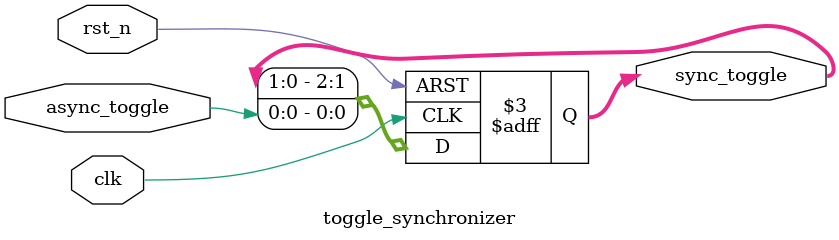
<source format=sv>
module slow_to_fast_sync_axi4lite #(
    parameter WIDTH = 12,
    parameter ADDR_WIDTH = 4   // Enough to map a few registers
)(
    input  wire                     s_axi_aclk,
    input  wire                     s_axi_aresetn,
    // AXI4-Lite Write Address Channel
    input  wire [ADDR_WIDTH-1:0]    s_axi_awaddr,
    input  wire                     s_axi_awvalid,
    output reg                      s_axi_awready,
    // AXI4-Lite Write Data Channel
    input  wire [WIDTH-1:0]         s_axi_wdata,
    input  wire                     s_axi_wvalid,
    output reg                      s_axi_wready,
    // AXI4-Lite Write Response Channel
    output reg [1:0]                s_axi_bresp,
    output reg                      s_axi_bvalid,
    input  wire                     s_axi_bready,
    // AXI4-Lite Read Address Channel
    input  wire [ADDR_WIDTH-1:0]    s_axi_araddr,
    input  wire                     s_axi_arvalid,
    output reg                      s_axi_arready,
    // AXI4-Lite Read Data Channel
    output reg [WIDTH-1:0]          s_axi_rdata,
    output reg [1:0]                s_axi_rresp,
    output reg                      s_axi_rvalid,
    input  wire                     s_axi_rready,
    // Clock Domain Signals
    input  wire                     slow_clk,
    input  wire                     fast_clk
);

    // Internal reset signals
    wire axi_rst_n = s_axi_aresetn;

    // Register Map
    localparam ADDR_SLOW_DATA     = 4'h0; // Write: slow domain data input
    localparam ADDR_FAST_DATA     = 4'h4; // Read: fast domain data output
    localparam ADDR_DATA_VALID    = 4'h8; // Read: data_valid flag

    // Internal registers for AXI to slow domain interface
    reg [WIDTH-1:0] slow_data_reg;
    reg             slow_data_wr_stb;

    // AXI4-Lite write state machine
    reg aw_hs, w_hs;
    wire write_en = aw_hs & w_hs;

    // Write address handshake
    always @(posedge s_axi_aclk or negedge axi_rst_n) begin
        if (!axi_rst_n) begin
            s_axi_awready <= 1'b0;
        end else if (!s_axi_awready && s_axi_awvalid) begin
            s_axi_awready <= 1'b1;
        end else begin
            s_axi_awready <= 1'b0;
        end
    end

    // Write data handshake
    always @(posedge s_axi_aclk or negedge axi_rst_n) begin
        if (!axi_rst_n) begin
            s_axi_wready <= 1'b0;
        end else if (!s_axi_wready && s_axi_wvalid) begin
            s_axi_wready <= 1'b1;
        end else begin
            s_axi_wready <= 1'b0;
        end
    end

    // Write handshake
    always @(posedge s_axi_aclk or negedge axi_rst_n) begin
        if (!axi_rst_n) begin
            aw_hs <= 1'b0;
            w_hs  <= 1'b0;
        end else begin
            aw_hs <= s_axi_awready & s_axi_awvalid;
            w_hs  <= s_axi_wready  & s_axi_wvalid;
        end
    end

    // Write operation and bus response
    always @(posedge s_axi_aclk or negedge axi_rst_n) begin
        if (!axi_rst_n) begin
            s_axi_bvalid <= 1'b0;
            s_axi_bresp  <= 2'b00;
            slow_data_reg <= {WIDTH{1'b0}};
            slow_data_wr_stb <= 1'b0;
        end else begin
            s_axi_bvalid <= 1'b0;
            slow_data_wr_stb <= 1'b0;
            if (write_en) begin
                case (s_axi_awaddr)
                    ADDR_SLOW_DATA: begin
                        slow_data_reg <= s_axi_wdata;
                        slow_data_wr_stb <= 1'b1;
                    end
                    default: ;
                endcase
                s_axi_bvalid <= 1'b1;
                s_axi_bresp  <= 2'b00; // OKAY response
            end else if (s_axi_bvalid && s_axi_bready) begin
                s_axi_bvalid <= 1'b0;
            end
        end
    end

    // AXI4-Lite read state machine
    reg ar_hs;
    always @(posedge s_axi_aclk or negedge axi_rst_n) begin
        if (!axi_rst_n) begin
            s_axi_arready <= 1'b0;
        end else if (!s_axi_arready && s_axi_arvalid) begin
            s_axi_arready <= 1'b1;
        end else begin
            s_axi_arready <= 1'b0;
        end
    end

    always @(posedge s_axi_aclk or negedge axi_rst_n) begin
        if (!axi_rst_n) begin
            ar_hs <= 1'b0;
        end else begin
            ar_hs <= s_axi_arready & s_axi_arvalid;
        end
    end

    // Data from fast domain
    wire [WIDTH-1:0] fast_data_sync;
    wire             data_valid_sync;

    // Read operation and bus response
    always @(posedge s_axi_aclk or negedge axi_rst_n) begin
        if (!axi_rst_n) begin
            s_axi_rvalid <= 1'b0;
            s_axi_rresp  <= 2'b00;
            s_axi_rdata  <= {WIDTH{1'b0}};
        end else begin
            s_axi_rvalid <= 1'b0;
            if (ar_hs) begin
                case (s_axi_araddr)
                    ADDR_FAST_DATA: begin
                        s_axi_rdata <= fast_data_sync;
                    end
                    ADDR_DATA_VALID: begin
                        s_axi_rdata <= {{(WIDTH-1){1'b0}}, data_valid_sync};
                    end
                    default: begin
                        s_axi_rdata <= {WIDTH{1'b0}};
                    end
                endcase
                s_axi_rvalid <= 1'b1;
                s_axi_rresp  <= 2'b00; // OKAY response
            end else if (s_axi_rvalid && s_axi_rready) begin
                s_axi_rvalid <= 1'b0;
            end
        end
    end

    // Slow-to-fast clock domain synchronizer instance
    // The slow_data input and its strobe are synchronized to slow_clk
    reg [WIDTH-1:0] slow_data_sync;
    reg             slow_data_stb_sync;
    reg [1:0]       slow_data_stb_sync_ff;
    wire            slow_data_wr_pulse;

    // Synchronize write strobe to slow_clk domain
    always @(posedge slow_clk or negedge axi_rst_n) begin
        if (!axi_rst_n) begin
            slow_data_sync <= {WIDTH{1'b0}};
            slow_data_stb_sync_ff <= 2'b00;
            slow_data_stb_sync <= 1'b0;
        end else begin
            slow_data_stb_sync_ff <= {slow_data_stb_sync_ff[0], slow_data_wr_stb};
            if (slow_data_stb_sync_ff[1] & ~slow_data_stb_sync_ff[0]) begin
                slow_data_sync <= slow_data_reg;
                slow_data_stb_sync <= 1'b1;
            end else begin
                slow_data_stb_sync <= 1'b0;
            end
        end
    end
    assign slow_data_wr_pulse = slow_data_stb_sync;

    // Internal signals for the synchronizer core
    wire [WIDTH-1:0] fast_data_int;
    wire             data_valid_int;

    // Instantiate the core synchronizer
    slow_to_fast_sync_core #(
        .WIDTH(WIDTH)
    ) u_slow_to_fast_sync_core (
        .slow_clk      (slow_clk),
        .fast_clk      (fast_clk),
        .rst_n         (axi_rst_n),
        .slow_data     (slow_data_sync),
        .slow_data_wr  (slow_data_wr_pulse),
        .fast_data     (fast_data_int),
        .data_valid    (data_valid_int)
    );

    // Synchronize fast_data and data_valid to AXI clock domain
    reg [WIDTH-1:0] fast_data_axi_ff1, fast_data_axi_ff2;
    reg             data_valid_axi_ff1, data_valid_axi_ff2;

    always @(posedge s_axi_aclk or negedge axi_rst_n) begin
        if (!axi_rst_n) begin
            fast_data_axi_ff1 <= {WIDTH{1'b0}};
            fast_data_axi_ff2 <= {WIDTH{1'b0}};
            data_valid_axi_ff1 <= 1'b0;
            data_valid_axi_ff2 <= 1'b0;
        end else begin
            fast_data_axi_ff1 <= fast_data_int;
            fast_data_axi_ff2 <= fast_data_axi_ff1;
            data_valid_axi_ff1 <= data_valid_int;
            data_valid_axi_ff2 <= data_valid_axi_ff1;
        end
    end

    assign fast_data_sync = fast_data_axi_ff2;
    assign data_valid_sync = data_valid_axi_ff2;

endmodule

//------------------------------------------------------------------------------
// Core slow-to-fast synchronizer with explicit data strobe
//------------------------------------------------------------------------------
module slow_to_fast_sync_core #(parameter WIDTH = 12) (
    input  wire                  slow_clk,
    input  wire                  fast_clk,
    input  wire                  rst_n,
    input  wire [WIDTH-1:0]      slow_data,
    input  wire                  slow_data_wr,
    output wire [WIDTH-1:0]      fast_data,
    output wire                  data_valid
);

    // Internal signals for inter-module connectivity
    wire                         slow_toggle_stage1;
    wire [WIDTH-1:0]             captured_data_stage1;
    wire                         slow_toggle_stage2;
    wire [WIDTH-1:0]             captured_data_stage2;

    wire [2:0]                   fast_sync_stage1;
    wire [2:0]                   fast_sync_stage2;

    wire                         fast_toggle_prev_stage1;
    wire                         fast_toggle_prev_stage2;

    // Slow domain controller: generates toggle and captures data (Stage 1)
    slow_domain_ctrl #(
        .WIDTH(WIDTH)
    ) u_slow_domain_ctrl (
        .clk            (slow_clk),
        .rst_n          (rst_n),
        .in_data        (slow_data),
        .data_wr        (slow_data_wr),
        .toggle_out     (slow_toggle_stage1),
        .captured_data  (captured_data_stage1)
    );

    // Pipeline register between Stage 1 and Stage 2 in slow_clk domain
    reg slow_toggle_stage2_r;
    reg [WIDTH-1:0] captured_data_stage2_r;
    always @(posedge slow_clk or negedge rst_n) begin
        if (!rst_n) begin
            slow_toggle_stage2_r    <= 1'b0;
            captured_data_stage2_r  <= {WIDTH{1'b0}};
        end else begin
            slow_toggle_stage2_r    <= slow_toggle_stage1;
            captured_data_stage2_r  <= captured_data_stage1;
        end
    end
    assign slow_toggle_stage2   = slow_toggle_stage2_r;
    assign captured_data_stage2 = captured_data_stage2_r;

    // Fast domain synchronizer: synchronizes toggle across clock domains (Stage 2)
    toggle_synchronizer u_toggle_synchronizer (
        .clk            (fast_clk),
        .rst_n          (rst_n),
        .async_toggle   (slow_toggle_stage2),
        .sync_toggle    (fast_sync_stage1)
    );

    // Pipeline register between Stage 2 and Stage 3 in fast_clk domain
    reg [2:0] fast_sync_stage2_r;
    reg [WIDTH-1:0] captured_data_fast_stage2_r;
    always @(posedge fast_clk or negedge rst_n) begin
        if (!rst_n) begin
            fast_sync_stage2_r         <= 3'b0;
            captured_data_fast_stage2_r<= {WIDTH{1'b0}};
        end else begin
            fast_sync_stage2_r         <= fast_sync_stage1;
            captured_data_fast_stage2_r<= captured_data_stage2;
        end
    end
    assign fast_sync_stage2     = fast_sync_stage2_r;

    // Fast toggle previous pipeline
    reg fast_toggle_prev_stage1_r;
    reg fast_toggle_prev_stage2_r;
    always @(posedge fast_clk or negedge rst_n) begin
        if (!rst_n) begin
            fast_toggle_prev_stage1_r <= 1'b0;
            fast_toggle_prev_stage2_r <= 1'b0;
        end else begin
            fast_toggle_prev_stage1_r <= fast_sync_stage2[2];
            fast_toggle_prev_stage2_r <= fast_toggle_prev_stage1_r;
        end
    end
    assign fast_toggle_prev_stage1 = fast_toggle_prev_stage1_r;
    assign fast_toggle_prev_stage2 = fast_toggle_prev_stage2_r;

    // Fast domain data latch and valid generator (Stage 3)
    reg [WIDTH-1:0] data_stage3_r;
    reg data_valid_stage3_r;
    always @(posedge fast_clk or negedge rst_n) begin
        if (!rst_n) begin
            data_stage3_r      <= {WIDTH{1'b0}};
            data_valid_stage3_r<= 1'b0;
        end else begin
            if (fast_sync_stage2[2] != fast_toggle_prev_stage2) begin
                data_stage3_r      <= captured_data_fast_stage2_r;
                data_valid_stage3_r<= 1'b1;
            end else begin
                data_valid_stage3_r<= 1'b0;
            end
        end
    end

    // Pipeline register for output (Stage 4)
    reg [WIDTH-1:0] data_stage4_r;
    reg data_valid_stage4_r;
    always @(posedge fast_clk or negedge rst_n) begin
        if (!rst_n) begin
            data_stage4_r      <= {WIDTH{1'b0}};
            data_valid_stage4_r<= 1'b0;
        end else begin
            data_stage4_r      <= data_stage3_r;
            data_valid_stage4_r<= data_valid_stage3_r;
        end
    end

    assign fast_data  = data_stage4_r;
    assign data_valid = data_valid_stage4_r;

endmodule

//------------------------------------------------------------------------------
// Slow domain controller: captures input data and generates toggle signal (Pipelined)
// Modified to support data write strobe
//------------------------------------------------------------------------------
module slow_domain_ctrl #(parameter WIDTH = 12) (
    input  wire             clk,
    input  wire             rst_n,
    input  wire [WIDTH-1:0] in_data,
    input  wire             data_wr,
    output reg              toggle_out,
    output reg [WIDTH-1:0]  captured_data
);
    always @(posedge clk or negedge rst_n) begin
        if (!rst_n) begin
            toggle_out    <= 1'b0;
            captured_data <= {WIDTH{1'b0}};
        end else if (data_wr) begin
            toggle_out    <= ~toggle_out;
            captured_data <= in_data;
        end
    end
endmodule

//------------------------------------------------------------------------------
// Toggle synchronizer: multi-stage synchronizer for CDC (Pipelined)
//------------------------------------------------------------------------------
module toggle_synchronizer (
    input  wire clk,
    input  wire rst_n,
    input  wire async_toggle,
    output reg [2:0] sync_toggle
);
    always @(posedge clk or negedge rst_n) begin
        if (!rst_n) begin
            sync_toggle <= 3'b0;
        end else begin
            sync_toggle <= {sync_toggle[1:0], async_toggle};
        end
    end
endmodule
</source>
